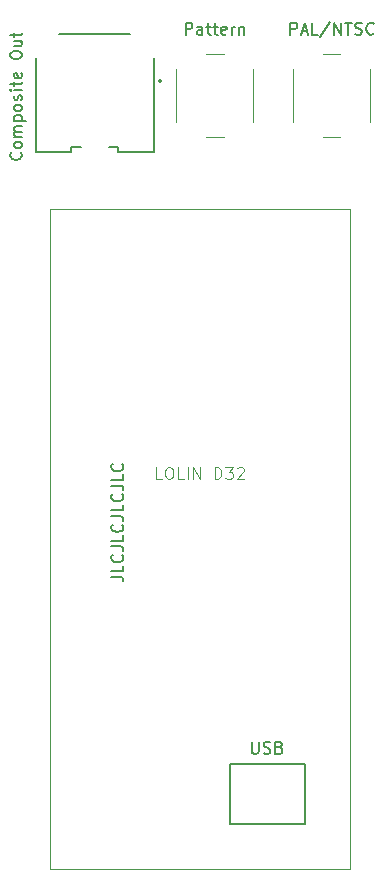
<source format=gto>
%TF.GenerationSoftware,KiCad,Pcbnew,7.0.10*%
%TF.CreationDate,2024-10-31T00:10:23+11:00*%
%TF.ProjectId,ESP32-TestPatternGenerator,45535033-322d-4546-9573-745061747465,rev?*%
%TF.SameCoordinates,Original*%
%TF.FileFunction,Legend,Top*%
%TF.FilePolarity,Positive*%
%FSLAX46Y46*%
G04 Gerber Fmt 4.6, Leading zero omitted, Abs format (unit mm)*
G04 Created by KiCad (PCBNEW 7.0.10) date 2024-10-31 00:10:23*
%MOMM*%
%LPD*%
G01*
G04 APERTURE LIST*
%ADD10C,0.150000*%
%ADD11C,0.100000*%
%ADD12C,0.200000*%
%ADD13C,0.127000*%
%ADD14C,0.120000*%
G04 APERTURE END LIST*
D10*
X112350779Y-132727819D02*
X112350779Y-133537342D01*
X112350779Y-133537342D02*
X112398398Y-133632580D01*
X112398398Y-133632580D02*
X112446017Y-133680200D01*
X112446017Y-133680200D02*
X112541255Y-133727819D01*
X112541255Y-133727819D02*
X112731731Y-133727819D01*
X112731731Y-133727819D02*
X112826969Y-133680200D01*
X112826969Y-133680200D02*
X112874588Y-133632580D01*
X112874588Y-133632580D02*
X112922207Y-133537342D01*
X112922207Y-133537342D02*
X112922207Y-132727819D01*
X113350779Y-133680200D02*
X113493636Y-133727819D01*
X113493636Y-133727819D02*
X113731731Y-133727819D01*
X113731731Y-133727819D02*
X113826969Y-133680200D01*
X113826969Y-133680200D02*
X113874588Y-133632580D01*
X113874588Y-133632580D02*
X113922207Y-133537342D01*
X113922207Y-133537342D02*
X113922207Y-133442104D01*
X113922207Y-133442104D02*
X113874588Y-133346866D01*
X113874588Y-133346866D02*
X113826969Y-133299247D01*
X113826969Y-133299247D02*
X113731731Y-133251628D01*
X113731731Y-133251628D02*
X113541255Y-133204009D01*
X113541255Y-133204009D02*
X113446017Y-133156390D01*
X113446017Y-133156390D02*
X113398398Y-133108771D01*
X113398398Y-133108771D02*
X113350779Y-133013533D01*
X113350779Y-133013533D02*
X113350779Y-132918295D01*
X113350779Y-132918295D02*
X113398398Y-132823057D01*
X113398398Y-132823057D02*
X113446017Y-132775438D01*
X113446017Y-132775438D02*
X113541255Y-132727819D01*
X113541255Y-132727819D02*
X113779350Y-132727819D01*
X113779350Y-132727819D02*
X113922207Y-132775438D01*
X114684112Y-133204009D02*
X114826969Y-133251628D01*
X114826969Y-133251628D02*
X114874588Y-133299247D01*
X114874588Y-133299247D02*
X114922207Y-133394485D01*
X114922207Y-133394485D02*
X114922207Y-133537342D01*
X114922207Y-133537342D02*
X114874588Y-133632580D01*
X114874588Y-133632580D02*
X114826969Y-133680200D01*
X114826969Y-133680200D02*
X114731731Y-133727819D01*
X114731731Y-133727819D02*
X114350779Y-133727819D01*
X114350779Y-133727819D02*
X114350779Y-132727819D01*
X114350779Y-132727819D02*
X114684112Y-132727819D01*
X114684112Y-132727819D02*
X114779350Y-132775438D01*
X114779350Y-132775438D02*
X114826969Y-132823057D01*
X114826969Y-132823057D02*
X114874588Y-132918295D01*
X114874588Y-132918295D02*
X114874588Y-133013533D01*
X114874588Y-133013533D02*
X114826969Y-133108771D01*
X114826969Y-133108771D02*
X114779350Y-133156390D01*
X114779350Y-133156390D02*
X114684112Y-133204009D01*
X114684112Y-133204009D02*
X114350779Y-133204009D01*
X110490000Y-134620000D02*
X116840000Y-134620000D01*
X116840000Y-139700000D01*
X110490000Y-139700000D01*
X110490000Y-134620000D01*
X100469819Y-118757506D02*
X101184104Y-118757506D01*
X101184104Y-118757506D02*
X101326961Y-118805125D01*
X101326961Y-118805125D02*
X101422200Y-118900363D01*
X101422200Y-118900363D02*
X101469819Y-119043220D01*
X101469819Y-119043220D02*
X101469819Y-119138458D01*
X101469819Y-117805125D02*
X101469819Y-118281315D01*
X101469819Y-118281315D02*
X100469819Y-118281315D01*
X101374580Y-116900363D02*
X101422200Y-116947982D01*
X101422200Y-116947982D02*
X101469819Y-117090839D01*
X101469819Y-117090839D02*
X101469819Y-117186077D01*
X101469819Y-117186077D02*
X101422200Y-117328934D01*
X101422200Y-117328934D02*
X101326961Y-117424172D01*
X101326961Y-117424172D02*
X101231723Y-117471791D01*
X101231723Y-117471791D02*
X101041247Y-117519410D01*
X101041247Y-117519410D02*
X100898390Y-117519410D01*
X100898390Y-117519410D02*
X100707914Y-117471791D01*
X100707914Y-117471791D02*
X100612676Y-117424172D01*
X100612676Y-117424172D02*
X100517438Y-117328934D01*
X100517438Y-117328934D02*
X100469819Y-117186077D01*
X100469819Y-117186077D02*
X100469819Y-117090839D01*
X100469819Y-117090839D02*
X100517438Y-116947982D01*
X100517438Y-116947982D02*
X100565057Y-116900363D01*
X100469819Y-116186077D02*
X101184104Y-116186077D01*
X101184104Y-116186077D02*
X101326961Y-116233696D01*
X101326961Y-116233696D02*
X101422200Y-116328934D01*
X101422200Y-116328934D02*
X101469819Y-116471791D01*
X101469819Y-116471791D02*
X101469819Y-116567029D01*
X101469819Y-115233696D02*
X101469819Y-115709886D01*
X101469819Y-115709886D02*
X100469819Y-115709886D01*
X101374580Y-114328934D02*
X101422200Y-114376553D01*
X101422200Y-114376553D02*
X101469819Y-114519410D01*
X101469819Y-114519410D02*
X101469819Y-114614648D01*
X101469819Y-114614648D02*
X101422200Y-114757505D01*
X101422200Y-114757505D02*
X101326961Y-114852743D01*
X101326961Y-114852743D02*
X101231723Y-114900362D01*
X101231723Y-114900362D02*
X101041247Y-114947981D01*
X101041247Y-114947981D02*
X100898390Y-114947981D01*
X100898390Y-114947981D02*
X100707914Y-114900362D01*
X100707914Y-114900362D02*
X100612676Y-114852743D01*
X100612676Y-114852743D02*
X100517438Y-114757505D01*
X100517438Y-114757505D02*
X100469819Y-114614648D01*
X100469819Y-114614648D02*
X100469819Y-114519410D01*
X100469819Y-114519410D02*
X100517438Y-114376553D01*
X100517438Y-114376553D02*
X100565057Y-114328934D01*
X100469819Y-113614648D02*
X101184104Y-113614648D01*
X101184104Y-113614648D02*
X101326961Y-113662267D01*
X101326961Y-113662267D02*
X101422200Y-113757505D01*
X101422200Y-113757505D02*
X101469819Y-113900362D01*
X101469819Y-113900362D02*
X101469819Y-113995600D01*
X101469819Y-112662267D02*
X101469819Y-113138457D01*
X101469819Y-113138457D02*
X100469819Y-113138457D01*
X101374580Y-111757505D02*
X101422200Y-111805124D01*
X101422200Y-111805124D02*
X101469819Y-111947981D01*
X101469819Y-111947981D02*
X101469819Y-112043219D01*
X101469819Y-112043219D02*
X101422200Y-112186076D01*
X101422200Y-112186076D02*
X101326961Y-112281314D01*
X101326961Y-112281314D02*
X101231723Y-112328933D01*
X101231723Y-112328933D02*
X101041247Y-112376552D01*
X101041247Y-112376552D02*
X100898390Y-112376552D01*
X100898390Y-112376552D02*
X100707914Y-112328933D01*
X100707914Y-112328933D02*
X100612676Y-112281314D01*
X100612676Y-112281314D02*
X100517438Y-112186076D01*
X100517438Y-112186076D02*
X100469819Y-112043219D01*
X100469819Y-112043219D02*
X100469819Y-111947981D01*
X100469819Y-111947981D02*
X100517438Y-111805124D01*
X100517438Y-111805124D02*
X100565057Y-111757505D01*
X100469819Y-111043219D02*
X101184104Y-111043219D01*
X101184104Y-111043219D02*
X101326961Y-111090838D01*
X101326961Y-111090838D02*
X101422200Y-111186076D01*
X101422200Y-111186076D02*
X101469819Y-111328933D01*
X101469819Y-111328933D02*
X101469819Y-111424171D01*
X101469819Y-110090838D02*
X101469819Y-110567028D01*
X101469819Y-110567028D02*
X100469819Y-110567028D01*
X101374580Y-109186076D02*
X101422200Y-109233695D01*
X101422200Y-109233695D02*
X101469819Y-109376552D01*
X101469819Y-109376552D02*
X101469819Y-109471790D01*
X101469819Y-109471790D02*
X101422200Y-109614647D01*
X101422200Y-109614647D02*
X101326961Y-109709885D01*
X101326961Y-109709885D02*
X101231723Y-109757504D01*
X101231723Y-109757504D02*
X101041247Y-109805123D01*
X101041247Y-109805123D02*
X100898390Y-109805123D01*
X100898390Y-109805123D02*
X100707914Y-109757504D01*
X100707914Y-109757504D02*
X100612676Y-109709885D01*
X100612676Y-109709885D02*
X100517438Y-109614647D01*
X100517438Y-109614647D02*
X100469819Y-109471790D01*
X100469819Y-109471790D02*
X100469819Y-109376552D01*
X100469819Y-109376552D02*
X100517438Y-109233695D01*
X100517438Y-109233695D02*
X100565057Y-109186076D01*
X92784580Y-82819286D02*
X92832200Y-82866905D01*
X92832200Y-82866905D02*
X92879819Y-83009762D01*
X92879819Y-83009762D02*
X92879819Y-83105000D01*
X92879819Y-83105000D02*
X92832200Y-83247857D01*
X92832200Y-83247857D02*
X92736961Y-83343095D01*
X92736961Y-83343095D02*
X92641723Y-83390714D01*
X92641723Y-83390714D02*
X92451247Y-83438333D01*
X92451247Y-83438333D02*
X92308390Y-83438333D01*
X92308390Y-83438333D02*
X92117914Y-83390714D01*
X92117914Y-83390714D02*
X92022676Y-83343095D01*
X92022676Y-83343095D02*
X91927438Y-83247857D01*
X91927438Y-83247857D02*
X91879819Y-83105000D01*
X91879819Y-83105000D02*
X91879819Y-83009762D01*
X91879819Y-83009762D02*
X91927438Y-82866905D01*
X91927438Y-82866905D02*
X91975057Y-82819286D01*
X92879819Y-82247857D02*
X92832200Y-82343095D01*
X92832200Y-82343095D02*
X92784580Y-82390714D01*
X92784580Y-82390714D02*
X92689342Y-82438333D01*
X92689342Y-82438333D02*
X92403628Y-82438333D01*
X92403628Y-82438333D02*
X92308390Y-82390714D01*
X92308390Y-82390714D02*
X92260771Y-82343095D01*
X92260771Y-82343095D02*
X92213152Y-82247857D01*
X92213152Y-82247857D02*
X92213152Y-82105000D01*
X92213152Y-82105000D02*
X92260771Y-82009762D01*
X92260771Y-82009762D02*
X92308390Y-81962143D01*
X92308390Y-81962143D02*
X92403628Y-81914524D01*
X92403628Y-81914524D02*
X92689342Y-81914524D01*
X92689342Y-81914524D02*
X92784580Y-81962143D01*
X92784580Y-81962143D02*
X92832200Y-82009762D01*
X92832200Y-82009762D02*
X92879819Y-82105000D01*
X92879819Y-82105000D02*
X92879819Y-82247857D01*
X92879819Y-81485952D02*
X92213152Y-81485952D01*
X92308390Y-81485952D02*
X92260771Y-81438333D01*
X92260771Y-81438333D02*
X92213152Y-81343095D01*
X92213152Y-81343095D02*
X92213152Y-81200238D01*
X92213152Y-81200238D02*
X92260771Y-81105000D01*
X92260771Y-81105000D02*
X92356009Y-81057381D01*
X92356009Y-81057381D02*
X92879819Y-81057381D01*
X92356009Y-81057381D02*
X92260771Y-81009762D01*
X92260771Y-81009762D02*
X92213152Y-80914524D01*
X92213152Y-80914524D02*
X92213152Y-80771667D01*
X92213152Y-80771667D02*
X92260771Y-80676428D01*
X92260771Y-80676428D02*
X92356009Y-80628809D01*
X92356009Y-80628809D02*
X92879819Y-80628809D01*
X92213152Y-80152619D02*
X93213152Y-80152619D01*
X92260771Y-80152619D02*
X92213152Y-80057381D01*
X92213152Y-80057381D02*
X92213152Y-79866905D01*
X92213152Y-79866905D02*
X92260771Y-79771667D01*
X92260771Y-79771667D02*
X92308390Y-79724048D01*
X92308390Y-79724048D02*
X92403628Y-79676429D01*
X92403628Y-79676429D02*
X92689342Y-79676429D01*
X92689342Y-79676429D02*
X92784580Y-79724048D01*
X92784580Y-79724048D02*
X92832200Y-79771667D01*
X92832200Y-79771667D02*
X92879819Y-79866905D01*
X92879819Y-79866905D02*
X92879819Y-80057381D01*
X92879819Y-80057381D02*
X92832200Y-80152619D01*
X92879819Y-79105000D02*
X92832200Y-79200238D01*
X92832200Y-79200238D02*
X92784580Y-79247857D01*
X92784580Y-79247857D02*
X92689342Y-79295476D01*
X92689342Y-79295476D02*
X92403628Y-79295476D01*
X92403628Y-79295476D02*
X92308390Y-79247857D01*
X92308390Y-79247857D02*
X92260771Y-79200238D01*
X92260771Y-79200238D02*
X92213152Y-79105000D01*
X92213152Y-79105000D02*
X92213152Y-78962143D01*
X92213152Y-78962143D02*
X92260771Y-78866905D01*
X92260771Y-78866905D02*
X92308390Y-78819286D01*
X92308390Y-78819286D02*
X92403628Y-78771667D01*
X92403628Y-78771667D02*
X92689342Y-78771667D01*
X92689342Y-78771667D02*
X92784580Y-78819286D01*
X92784580Y-78819286D02*
X92832200Y-78866905D01*
X92832200Y-78866905D02*
X92879819Y-78962143D01*
X92879819Y-78962143D02*
X92879819Y-79105000D01*
X92832200Y-78390714D02*
X92879819Y-78295476D01*
X92879819Y-78295476D02*
X92879819Y-78105000D01*
X92879819Y-78105000D02*
X92832200Y-78009762D01*
X92832200Y-78009762D02*
X92736961Y-77962143D01*
X92736961Y-77962143D02*
X92689342Y-77962143D01*
X92689342Y-77962143D02*
X92594104Y-78009762D01*
X92594104Y-78009762D02*
X92546485Y-78105000D01*
X92546485Y-78105000D02*
X92546485Y-78247857D01*
X92546485Y-78247857D02*
X92498866Y-78343095D01*
X92498866Y-78343095D02*
X92403628Y-78390714D01*
X92403628Y-78390714D02*
X92356009Y-78390714D01*
X92356009Y-78390714D02*
X92260771Y-78343095D01*
X92260771Y-78343095D02*
X92213152Y-78247857D01*
X92213152Y-78247857D02*
X92213152Y-78105000D01*
X92213152Y-78105000D02*
X92260771Y-78009762D01*
X92879819Y-77533571D02*
X92213152Y-77533571D01*
X91879819Y-77533571D02*
X91927438Y-77581190D01*
X91927438Y-77581190D02*
X91975057Y-77533571D01*
X91975057Y-77533571D02*
X91927438Y-77485952D01*
X91927438Y-77485952D02*
X91879819Y-77533571D01*
X91879819Y-77533571D02*
X91975057Y-77533571D01*
X92213152Y-77200238D02*
X92213152Y-76819286D01*
X91879819Y-77057381D02*
X92736961Y-77057381D01*
X92736961Y-77057381D02*
X92832200Y-77009762D01*
X92832200Y-77009762D02*
X92879819Y-76914524D01*
X92879819Y-76914524D02*
X92879819Y-76819286D01*
X92832200Y-76105000D02*
X92879819Y-76200238D01*
X92879819Y-76200238D02*
X92879819Y-76390714D01*
X92879819Y-76390714D02*
X92832200Y-76485952D01*
X92832200Y-76485952D02*
X92736961Y-76533571D01*
X92736961Y-76533571D02*
X92356009Y-76533571D01*
X92356009Y-76533571D02*
X92260771Y-76485952D01*
X92260771Y-76485952D02*
X92213152Y-76390714D01*
X92213152Y-76390714D02*
X92213152Y-76200238D01*
X92213152Y-76200238D02*
X92260771Y-76105000D01*
X92260771Y-76105000D02*
X92356009Y-76057381D01*
X92356009Y-76057381D02*
X92451247Y-76057381D01*
X92451247Y-76057381D02*
X92546485Y-76533571D01*
X91879819Y-74676428D02*
X91879819Y-74485952D01*
X91879819Y-74485952D02*
X91927438Y-74390714D01*
X91927438Y-74390714D02*
X92022676Y-74295476D01*
X92022676Y-74295476D02*
X92213152Y-74247857D01*
X92213152Y-74247857D02*
X92546485Y-74247857D01*
X92546485Y-74247857D02*
X92736961Y-74295476D01*
X92736961Y-74295476D02*
X92832200Y-74390714D01*
X92832200Y-74390714D02*
X92879819Y-74485952D01*
X92879819Y-74485952D02*
X92879819Y-74676428D01*
X92879819Y-74676428D02*
X92832200Y-74771666D01*
X92832200Y-74771666D02*
X92736961Y-74866904D01*
X92736961Y-74866904D02*
X92546485Y-74914523D01*
X92546485Y-74914523D02*
X92213152Y-74914523D01*
X92213152Y-74914523D02*
X92022676Y-74866904D01*
X92022676Y-74866904D02*
X91927438Y-74771666D01*
X91927438Y-74771666D02*
X91879819Y-74676428D01*
X92213152Y-73390714D02*
X92879819Y-73390714D01*
X92213152Y-73819285D02*
X92736961Y-73819285D01*
X92736961Y-73819285D02*
X92832200Y-73771666D01*
X92832200Y-73771666D02*
X92879819Y-73676428D01*
X92879819Y-73676428D02*
X92879819Y-73533571D01*
X92879819Y-73533571D02*
X92832200Y-73438333D01*
X92832200Y-73438333D02*
X92784580Y-73390714D01*
X92213152Y-73057380D02*
X92213152Y-72676428D01*
X91879819Y-72914523D02*
X92736961Y-72914523D01*
X92736961Y-72914523D02*
X92832200Y-72866904D01*
X92832200Y-72866904D02*
X92879819Y-72771666D01*
X92879819Y-72771666D02*
X92879819Y-72676428D01*
X115626000Y-72844819D02*
X115626000Y-71844819D01*
X115626000Y-71844819D02*
X116006952Y-71844819D01*
X116006952Y-71844819D02*
X116102190Y-71892438D01*
X116102190Y-71892438D02*
X116149809Y-71940057D01*
X116149809Y-71940057D02*
X116197428Y-72035295D01*
X116197428Y-72035295D02*
X116197428Y-72178152D01*
X116197428Y-72178152D02*
X116149809Y-72273390D01*
X116149809Y-72273390D02*
X116102190Y-72321009D01*
X116102190Y-72321009D02*
X116006952Y-72368628D01*
X116006952Y-72368628D02*
X115626000Y-72368628D01*
X116578381Y-72559104D02*
X117054571Y-72559104D01*
X116483143Y-72844819D02*
X116816476Y-71844819D01*
X116816476Y-71844819D02*
X117149809Y-72844819D01*
X117959333Y-72844819D02*
X117483143Y-72844819D01*
X117483143Y-72844819D02*
X117483143Y-71844819D01*
X119006952Y-71797200D02*
X118149810Y-73082914D01*
X119340286Y-72844819D02*
X119340286Y-71844819D01*
X119340286Y-71844819D02*
X119911714Y-72844819D01*
X119911714Y-72844819D02*
X119911714Y-71844819D01*
X120245048Y-71844819D02*
X120816476Y-71844819D01*
X120530762Y-72844819D02*
X120530762Y-71844819D01*
X121102191Y-72797200D02*
X121245048Y-72844819D01*
X121245048Y-72844819D02*
X121483143Y-72844819D01*
X121483143Y-72844819D02*
X121578381Y-72797200D01*
X121578381Y-72797200D02*
X121626000Y-72749580D01*
X121626000Y-72749580D02*
X121673619Y-72654342D01*
X121673619Y-72654342D02*
X121673619Y-72559104D01*
X121673619Y-72559104D02*
X121626000Y-72463866D01*
X121626000Y-72463866D02*
X121578381Y-72416247D01*
X121578381Y-72416247D02*
X121483143Y-72368628D01*
X121483143Y-72368628D02*
X121292667Y-72321009D01*
X121292667Y-72321009D02*
X121197429Y-72273390D01*
X121197429Y-72273390D02*
X121149810Y-72225771D01*
X121149810Y-72225771D02*
X121102191Y-72130533D01*
X121102191Y-72130533D02*
X121102191Y-72035295D01*
X121102191Y-72035295D02*
X121149810Y-71940057D01*
X121149810Y-71940057D02*
X121197429Y-71892438D01*
X121197429Y-71892438D02*
X121292667Y-71844819D01*
X121292667Y-71844819D02*
X121530762Y-71844819D01*
X121530762Y-71844819D02*
X121673619Y-71892438D01*
X122673619Y-72749580D02*
X122626000Y-72797200D01*
X122626000Y-72797200D02*
X122483143Y-72844819D01*
X122483143Y-72844819D02*
X122387905Y-72844819D01*
X122387905Y-72844819D02*
X122245048Y-72797200D01*
X122245048Y-72797200D02*
X122149810Y-72701961D01*
X122149810Y-72701961D02*
X122102191Y-72606723D01*
X122102191Y-72606723D02*
X122054572Y-72416247D01*
X122054572Y-72416247D02*
X122054572Y-72273390D01*
X122054572Y-72273390D02*
X122102191Y-72082914D01*
X122102191Y-72082914D02*
X122149810Y-71987676D01*
X122149810Y-71987676D02*
X122245048Y-71892438D01*
X122245048Y-71892438D02*
X122387905Y-71844819D01*
X122387905Y-71844819D02*
X122483143Y-71844819D01*
X122483143Y-71844819D02*
X122626000Y-71892438D01*
X122626000Y-71892438D02*
X122673619Y-71940057D01*
D11*
X104735714Y-110472419D02*
X104259524Y-110472419D01*
X104259524Y-110472419D02*
X104259524Y-109472419D01*
X105259524Y-109472419D02*
X105450000Y-109472419D01*
X105450000Y-109472419D02*
X105545238Y-109520038D01*
X105545238Y-109520038D02*
X105640476Y-109615276D01*
X105640476Y-109615276D02*
X105688095Y-109805752D01*
X105688095Y-109805752D02*
X105688095Y-110139085D01*
X105688095Y-110139085D02*
X105640476Y-110329561D01*
X105640476Y-110329561D02*
X105545238Y-110424800D01*
X105545238Y-110424800D02*
X105450000Y-110472419D01*
X105450000Y-110472419D02*
X105259524Y-110472419D01*
X105259524Y-110472419D02*
X105164286Y-110424800D01*
X105164286Y-110424800D02*
X105069048Y-110329561D01*
X105069048Y-110329561D02*
X105021429Y-110139085D01*
X105021429Y-110139085D02*
X105021429Y-109805752D01*
X105021429Y-109805752D02*
X105069048Y-109615276D01*
X105069048Y-109615276D02*
X105164286Y-109520038D01*
X105164286Y-109520038D02*
X105259524Y-109472419D01*
X106592857Y-110472419D02*
X106116667Y-110472419D01*
X106116667Y-110472419D02*
X106116667Y-109472419D01*
X106926191Y-110472419D02*
X106926191Y-109472419D01*
X107402381Y-110472419D02*
X107402381Y-109472419D01*
X107402381Y-109472419D02*
X107973809Y-110472419D01*
X107973809Y-110472419D02*
X107973809Y-109472419D01*
X109211905Y-110472419D02*
X109211905Y-109472419D01*
X109211905Y-109472419D02*
X109450000Y-109472419D01*
X109450000Y-109472419D02*
X109592857Y-109520038D01*
X109592857Y-109520038D02*
X109688095Y-109615276D01*
X109688095Y-109615276D02*
X109735714Y-109710514D01*
X109735714Y-109710514D02*
X109783333Y-109900990D01*
X109783333Y-109900990D02*
X109783333Y-110043847D01*
X109783333Y-110043847D02*
X109735714Y-110234323D01*
X109735714Y-110234323D02*
X109688095Y-110329561D01*
X109688095Y-110329561D02*
X109592857Y-110424800D01*
X109592857Y-110424800D02*
X109450000Y-110472419D01*
X109450000Y-110472419D02*
X109211905Y-110472419D01*
X110116667Y-109472419D02*
X110735714Y-109472419D01*
X110735714Y-109472419D02*
X110402381Y-109853371D01*
X110402381Y-109853371D02*
X110545238Y-109853371D01*
X110545238Y-109853371D02*
X110640476Y-109900990D01*
X110640476Y-109900990D02*
X110688095Y-109948609D01*
X110688095Y-109948609D02*
X110735714Y-110043847D01*
X110735714Y-110043847D02*
X110735714Y-110281942D01*
X110735714Y-110281942D02*
X110688095Y-110377180D01*
X110688095Y-110377180D02*
X110640476Y-110424800D01*
X110640476Y-110424800D02*
X110545238Y-110472419D01*
X110545238Y-110472419D02*
X110259524Y-110472419D01*
X110259524Y-110472419D02*
X110164286Y-110424800D01*
X110164286Y-110424800D02*
X110116667Y-110377180D01*
X111116667Y-109567657D02*
X111164286Y-109520038D01*
X111164286Y-109520038D02*
X111259524Y-109472419D01*
X111259524Y-109472419D02*
X111497619Y-109472419D01*
X111497619Y-109472419D02*
X111592857Y-109520038D01*
X111592857Y-109520038D02*
X111640476Y-109567657D01*
X111640476Y-109567657D02*
X111688095Y-109662895D01*
X111688095Y-109662895D02*
X111688095Y-109758133D01*
X111688095Y-109758133D02*
X111640476Y-109900990D01*
X111640476Y-109900990D02*
X111069048Y-110472419D01*
X111069048Y-110472419D02*
X111688095Y-110472419D01*
D10*
X106743809Y-72844819D02*
X106743809Y-71844819D01*
X106743809Y-71844819D02*
X107124761Y-71844819D01*
X107124761Y-71844819D02*
X107219999Y-71892438D01*
X107219999Y-71892438D02*
X107267618Y-71940057D01*
X107267618Y-71940057D02*
X107315237Y-72035295D01*
X107315237Y-72035295D02*
X107315237Y-72178152D01*
X107315237Y-72178152D02*
X107267618Y-72273390D01*
X107267618Y-72273390D02*
X107219999Y-72321009D01*
X107219999Y-72321009D02*
X107124761Y-72368628D01*
X107124761Y-72368628D02*
X106743809Y-72368628D01*
X108172380Y-72844819D02*
X108172380Y-72321009D01*
X108172380Y-72321009D02*
X108124761Y-72225771D01*
X108124761Y-72225771D02*
X108029523Y-72178152D01*
X108029523Y-72178152D02*
X107839047Y-72178152D01*
X107839047Y-72178152D02*
X107743809Y-72225771D01*
X108172380Y-72797200D02*
X108077142Y-72844819D01*
X108077142Y-72844819D02*
X107839047Y-72844819D01*
X107839047Y-72844819D02*
X107743809Y-72797200D01*
X107743809Y-72797200D02*
X107696190Y-72701961D01*
X107696190Y-72701961D02*
X107696190Y-72606723D01*
X107696190Y-72606723D02*
X107743809Y-72511485D01*
X107743809Y-72511485D02*
X107839047Y-72463866D01*
X107839047Y-72463866D02*
X108077142Y-72463866D01*
X108077142Y-72463866D02*
X108172380Y-72416247D01*
X108505714Y-72178152D02*
X108886666Y-72178152D01*
X108648571Y-71844819D02*
X108648571Y-72701961D01*
X108648571Y-72701961D02*
X108696190Y-72797200D01*
X108696190Y-72797200D02*
X108791428Y-72844819D01*
X108791428Y-72844819D02*
X108886666Y-72844819D01*
X109077143Y-72178152D02*
X109458095Y-72178152D01*
X109220000Y-71844819D02*
X109220000Y-72701961D01*
X109220000Y-72701961D02*
X109267619Y-72797200D01*
X109267619Y-72797200D02*
X109362857Y-72844819D01*
X109362857Y-72844819D02*
X109458095Y-72844819D01*
X110172381Y-72797200D02*
X110077143Y-72844819D01*
X110077143Y-72844819D02*
X109886667Y-72844819D01*
X109886667Y-72844819D02*
X109791429Y-72797200D01*
X109791429Y-72797200D02*
X109743810Y-72701961D01*
X109743810Y-72701961D02*
X109743810Y-72321009D01*
X109743810Y-72321009D02*
X109791429Y-72225771D01*
X109791429Y-72225771D02*
X109886667Y-72178152D01*
X109886667Y-72178152D02*
X110077143Y-72178152D01*
X110077143Y-72178152D02*
X110172381Y-72225771D01*
X110172381Y-72225771D02*
X110220000Y-72321009D01*
X110220000Y-72321009D02*
X110220000Y-72416247D01*
X110220000Y-72416247D02*
X109743810Y-72511485D01*
X110648572Y-72844819D02*
X110648572Y-72178152D01*
X110648572Y-72368628D02*
X110696191Y-72273390D01*
X110696191Y-72273390D02*
X110743810Y-72225771D01*
X110743810Y-72225771D02*
X110839048Y-72178152D01*
X110839048Y-72178152D02*
X110934286Y-72178152D01*
X111267620Y-72178152D02*
X111267620Y-72844819D01*
X111267620Y-72273390D02*
X111315239Y-72225771D01*
X111315239Y-72225771D02*
X111410477Y-72178152D01*
X111410477Y-72178152D02*
X111553334Y-72178152D01*
X111553334Y-72178152D02*
X111648572Y-72225771D01*
X111648572Y-72225771D02*
X111696191Y-72321009D01*
X111696191Y-72321009D02*
X111696191Y-72844819D01*
D12*
%TO.C,Composite Out*%
X104673000Y-76780000D02*
G75*
G03*
X104473000Y-76780000I-100000J0D01*
G01*
X104473000Y-76780000D02*
G75*
G03*
X104673000Y-76780000I100000J0D01*
G01*
D13*
X102060000Y-72780000D02*
X96060000Y-72780000D01*
X101060000Y-82380000D02*
X100230000Y-82380000D01*
X97890000Y-82380000D02*
X97060000Y-82380000D01*
X97060000Y-82380000D02*
X97060000Y-82780000D01*
X104060000Y-82780000D02*
X104060000Y-74800000D01*
X104060000Y-82780000D02*
X101060000Y-82780000D01*
X101060000Y-82780000D02*
X101060000Y-82380000D01*
X97060000Y-82780000D02*
X94060000Y-82780000D01*
X94060000Y-82780000D02*
X94060000Y-74800000D01*
D14*
%TO.C,PAL/NTSC*%
X118340000Y-81530000D02*
X119840000Y-81530000D01*
X122340000Y-80280000D02*
X122340000Y-75780000D01*
X115840000Y-75780000D02*
X115840000Y-80280000D01*
X119840000Y-74530000D02*
X118340000Y-74530000D01*
D11*
%TO.C,LOLIN D32*%
X95250000Y-87630000D02*
X120650000Y-87630000D01*
X120650000Y-87630000D02*
X120650000Y-143510000D01*
X120650000Y-143510000D02*
X95250000Y-143510000D01*
X95250000Y-143510000D02*
X95250000Y-87630000D01*
D14*
%TO.C,Pattern*%
X108470000Y-81530000D02*
X109970000Y-81530000D01*
X112470000Y-80280000D02*
X112470000Y-75780000D01*
X105970000Y-75780000D02*
X105970000Y-80280000D01*
X109970000Y-74530000D02*
X108470000Y-74530000D01*
%TD*%
M02*

</source>
